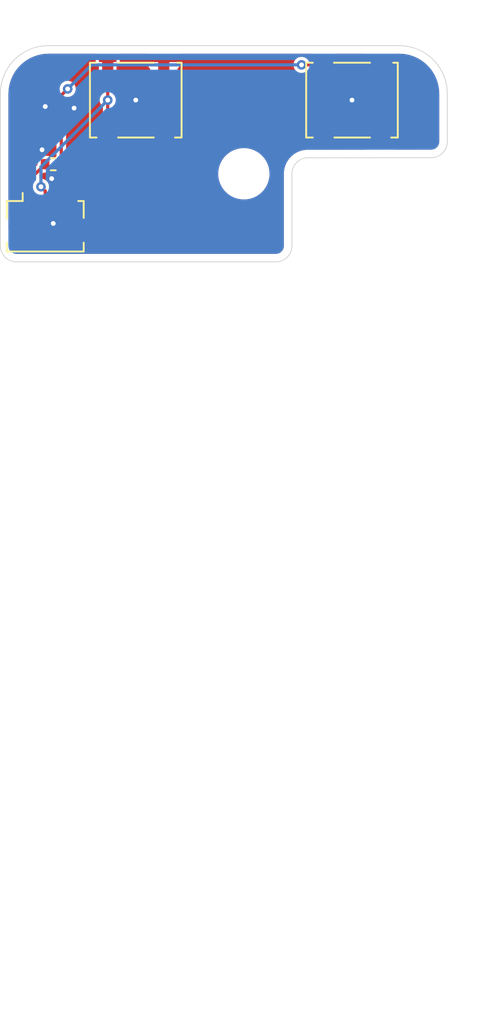
<source format=kicad_pcb>
(kicad_pcb (version 20240108) (generator "pcbnew") (generator_version "8.0")
  (layers (0 "F.Cu" signal) (31 "B.Cu" signal) (34 "B.Paste" user) (35 "F.Paste" user) (36 "B.SilkS" user "B.Silkscreen") (37 "F.SilkS" user "F.Silkscreen") (38 "B.Mask" user) (39 "F.Mask" user) (44 "Edge.Cuts" user))
  (net 0 "")
  (net 2 "VCC")
  (net 3 "GND")
  (net 4 "/STICK_Y")
  (net 5 "/STICK_X")
  (net 6 "/STICK_BUTTON")
  (footprint "Daft_Misc:HCTL_HC-FPC-05-09-5RLTAG-00_1x05-1MP_P0.50mm_Horizontal" (layer "F.Cu") (at 102.6 111)
    (property "Reference" "J1" (hide yes))
    (property "Value" "Conn_01x05_MountingPin" (hide yes))
    (fp_line (start -2.4 -1.8) (end -2.4 -0.7) (stroke (width 0.12)) (layer "F.SilkS"))
    (fp_line (start -2.4 0.8) (end -2.4 1.35) (stroke (width 0.12)) (layer "F.SilkS"))
    (fp_line (start -2.4 1.35) (end 2.4 1.35) (stroke (width 0.12)) (layer "F.SilkS"))
    (fp_line (start -1.41 -1.8) (end -2.4 -1.8) (stroke (width 0.12)) (layer "F.SilkS"))
    (fp_line (start -1.41 -1.8) (end -1.41 -2.3) (stroke (width 0.12)) (layer "F.SilkS"))
    (fp_line (start 2.06 -1.8) (end 2.4 -1.8) (stroke (width 0.12)) (layer "F.SilkS"))
    (fp_line (start 2.4 -1.8) (end 2.4 -0.75) (stroke (width 0.12)) (layer "F.SilkS"))
    (fp_line (start 2.4 1.35) (end 2.4 0.8) (stroke (width 0.12)) (layer "F.SilkS"))
    (pad "1" smd rect (at -1 -1.8) (size 0.3 0.8) (layers "F.Cu" "F.Paste" "F.Mask") (net 2 "VCC"))
    (pad "2" smd rect (at -0.5 -1.8) (size 0.3 0.8) (layers "F.Cu" "F.Paste" "F.Mask") (net 4 "/STICK_Y"))
    (pad "3" smd rect (at 0 -1.8) (size 0.3 0.8) (layers "F.Cu" "F.Paste" "F.Mask") (net 6 "/STICK_BUTTON"))
    (pad "4" smd rect (at 0.5 -1.8) (size 0.3 0.8) (layers "F.Cu" "F.Paste" "F.Mask") (net 3 "GND"))
    (pad "5" smd rect (at 1 -1.8) (size 0.3 0.8) (layers "F.Cu" "F.Paste" "F.Mask") (net 5 "/STICK_X"))
    (pad "MP" smd rect (at -2.05 0.7) (size 0.4 0.8) (layers "F.Cu" "F.Paste" "F.Mask"))
    (pad "MP" smd rect (at 2.05 0.7) (size 0.4 0.8) (layers "F.Cu" "F.Paste" "F.Mask"))
  )
  (footprint "Daft_Misc:SW_Push_1P1T_NO_TSC001" (layer "F.Cu") (at 121.75 102.9 90)
    (property "Reference" "SW2" (hide yes))
    (property "Value" "SW_Push")
    (fp_line (start 2.335 -2.86) (end -2.335 -2.86) (stroke (width 0.12)) (layer "F.SilkS"))
    (fp_line (start -2.335 -2.86) (end -2.335 -2.45) (stroke (width 0.12)) (layer "F.SilkS"))
    (fp_line (start 2.335 -2.45) (end 2.335 -2.86) (stroke (width 0.12)) (layer "F.SilkS"))
    (fp_line (start -2.335 -1.1) (end -2.335 1.125) (stroke (width 0.12)) (layer "F.SilkS"))
    (fp_line (start 2.335 1.125) (end 2.335 -1.125) (stroke (width 0.12)) (layer "F.SilkS"))
    (fp_line (start -2.335 2.45) (end -2.335 2.86) (stroke (width 0.12)) (layer "F.SilkS"))
    (fp_line (start 2.335 2.86) (end 2.335 2.58) (stroke (width 0.12)) (layer "F.SilkS"))
    (fp_line (start -2.335 2.86) (end 2.335 2.86) (stroke (width 0.12)) (layer "F.SilkS"))
    (pad "1" smd rect (at -2.475 -1.75 90) (size 0.2 1.1) (layers "F.Cu" "F.Paste" "F.Mask") (net 5 "/STICK_X"))
    (pad "1" smd rect (at -2.125 -1.75 90) (size 0.5 0.7) (layers "F.Cu" "F.Paste" "F.Mask") (net 5 "/STICK_X"))
    (pad "1" smd rect (at 2.125 -1.75 90) (size 0.5 0.7) (layers "F.Cu" "F.Paste" "F.Mask") (net 5 "/STICK_X"))
    (pad "1" smd rect (at 2.475 -1.75 90) (size 0.2 1.1) (layers "F.Cu" "F.Paste" "F.Mask") (net 5 "/STICK_X"))
    (pad "2" smd rect (at -2.475 1.75 90) (size 0.2 1.1) (layers "F.Cu" "F.Paste" "F.Mask") (net 3 "GND"))
    (pad "2" smd rect (at -2.125 1.75 90) (size 0.5 0.7) (layers "F.Cu" "F.Paste" "F.Mask") (net 3 "GND"))
    (pad "2" smd rect (at 2.125 1.75 90) (size 0.5 0.7) (layers "F.Cu" "F.Paste" "F.Mask") (net 3 "GND"))
    (pad "2" smd rect (at 2.475 1.75 90) (size 0.2 1.1) (layers "F.Cu" "F.Paste" "F.Mask") (net 3 "GND"))
  )
  (footprint "Daft_Misc:SW_Push_1P1T_NO_TSC001" (layer "F.Cu") (at 108.25 102.9 90)
    (property "Reference" "SW1" (hide yes))
    (property "Value" "SW_Push")
    (fp_line (start 2.335 -2.86) (end -2.335 -2.86) (stroke (width 0.12)) (layer "F.SilkS"))
    (fp_line (start -2.335 -2.86) (end -2.335 -2.45) (stroke (width 0.12)) (layer "F.SilkS"))
    (fp_line (start 2.335 -2.45) (end 2.335 -2.86) (stroke (width 0.12)) (layer "F.SilkS"))
    (fp_line (start -2.335 -1.1) (end -2.335 1.125) (stroke (width 0.12)) (layer "F.SilkS"))
    (fp_line (start 2.335 1.125) (end 2.335 -1.125) (stroke (width 0.12)) (layer "F.SilkS"))
    (fp_line (start -2.335 2.45) (end -2.335 2.86) (stroke (width 0.12)) (layer "F.SilkS"))
    (fp_line (start 2.335 2.86) (end 2.335 2.58) (stroke (width 0.12)) (layer "F.SilkS"))
    (fp_line (start -2.335 2.86) (end 2.335 2.86) (stroke (width 0.12)) (layer "F.SilkS"))
    (pad "1" smd rect (at -2.475 -1.75 90) (size 0.2 1.1) (layers "F.Cu" "F.Paste" "F.Mask") (net 6 "/STICK_BUTTON"))
    (pad "1" smd rect (at -2.125 -1.75 90) (size 0.5 0.7) (layers "F.Cu" "F.Paste" "F.Mask") (net 6 "/STICK_BUTTON"))
    (pad "1" smd rect (at 2.125 -1.75 90) (size 0.5 0.7) (layers "F.Cu" "F.Paste" "F.Mask") (net 6 "/STICK_BUTTON"))
    (pad "1" smd rect (at 2.475 -1.75 90) (size 0.2 1.1) (layers "F.Cu" "F.Paste" "F.Mask") (net 6 "/STICK_BUTTON"))
    (pad "2" smd rect (at -2.475 1.75 90) (size 0.2 1.1) (layers "F.Cu" "F.Paste" "F.Mask") (net 3 "GND"))
    (pad "2" smd rect (at -2.125 1.75 90) (size 0.5 0.7) (layers "F.Cu" "F.Paste" "F.Mask") (net 3 "GND"))
    (pad "2" smd rect (at 2.125 1.75 90) (size 0.5 0.7) (layers "F.Cu" "F.Paste" "F.Mask") (net 3 "GND"))
    (pad "2" smd rect (at 2.475 1.75 90) (size 0.2 1.1) (layers "F.Cu" "F.Paste" "F.Mask") (net 3 "GND"))
  )
  (footprint "Resistor_SMD:R_0402_1005Metric" (layer "F.Cu") (at 103.1 106.9)
    (property "Reference" "R1" (hide yes))
    (property "Value" "10K")
    (fp_line (start -0.153641 -0.38) (end 0.153641 -0.38) (stroke (width 0.12)) (layer "F.SilkS"))
    (fp_line (start -0.153641 0.38) (end 0.153641 0.38) (stroke (width 0.12)) (layer "F.SilkS"))
    (pad "1" smd roundrect (at -0.51 0) (size 0.54 0.64) (layers "F.Cu" "F.Paste" "F.Mask") (net 2 "VCC"))
    (pad "2" smd roundrect (at 0.51 0) (size 0.54 0.64) (layers "F.Cu" "F.Paste" "F.Mask") (net 5 "/STICK_X"))
  )
  (footprint "MountingHole:MountingHole_2.7mm_M2.5" (layer "F.Cu") (at 115 107.5)
    (property "Reference" "REF**" (hide yes))
    (property "Value" "MountingHole_2.7mm_M2.5")
    (pad "" np_thru_hole circle (at 0 0) (size 2.7 2.7) (drill 2.7) (layers "*.Cu" "*.Mask"))
  )
  (gr_arc (start 127.7 105.492893) (mid 127.407107 106.2) (end 126.7 106.492893) (stroke (width 0.05)) (layer "Edge.Cuts"))
  (gr_line (start 102.8 99.5) (end 124.7 99.5) (stroke (width 0.05)) (layer "Edge.Cuts"))
  (gr_arc (start 100.8 113) (mid 100.092893 112.707107) (end 99.8 112) (stroke (width 0.05)) (layer "Edge.Cuts"))
  (gr_line (start 118 112) (end 118 107.5) (stroke (width 0.05)) (layer "Edge.Cuts"))
  (gr_arc (start 118 112) (mid 117.707107 112.707107) (end 117 113) (stroke (width 0.05)) (layer "Edge.Cuts"))
  (gr_line (start 100.8 113) (end 117 113) (stroke (width 0.05)) (layer "Edge.Cuts"))
  (gr_arc (start 124.7 99.5) (mid 126.82132 100.37868) (end 127.7 102.5) (stroke (width 0.05)) (layer "Edge.Cuts"))
  (gr_line (start 99.8 102.5) (end 99.8 112) (stroke (width 0.05)) (layer "Edge.Cuts"))
  (gr_arc (start 99.8 102.5) (mid 100.67868 100.37868) (end 102.8 99.5) (stroke (width 0.05)) (layer "Edge.Cuts"))
  (gr_line (start 127.7 102.5) (end 127.7 105.492893) (stroke (width 0.05)) (layer "Edge.Cuts"))
  (gr_line (start 119 106.5) (end 126.7 106.492893) (stroke (width 0.05)) (layer "Edge.Cuts"))
  (gr_arc (start 118 107.5) (mid 118.292893 106.792893) (end 119 106.5) (stroke (width 0.05)) (layer "Edge.Cuts"))
  (segment (start 101.6 109.2) (end 101.6 107.89) (width 0.2) (layer "F.Cu") (net 2))
  (segment (start 101.6 107.89) (end 102.59 106.9) (width 0.2) (layer "F.Cu") (net 2))
  (via (at 102.6 103.3) (size 0.6) (drill 0.3) (layers "F.Cu" "B.Cu") (net 3))
  (via (at 108.25 102.9) (size 0.6) (drill 0.3) (layers "F.Cu" "B.Cu") (net 3))
  (via (at 103.1 110.6) (size 0.6) (drill 0.3) (layers "F.Cu" "B.Cu") (net 3))
  (via (at 103 107.8) (size 0.6) (drill 0.3) (layers "F.Cu" "B.Cu") (net 3))
  (via (at 104.4 103.4) (size 0.6) (drill 0.3) (layers "F.Cu" "B.Cu") (net 3))
  (via (at 121.75 102.9) (size 0.6) (drill 0.3) (layers "F.Cu" "B.Cu") (net 3))
  (via (at 102.4 106) (size 0.6) (drill 0.3) (layers "F.Cu" "B.Cu") (net 3))
  (segment (start 103.6 102.6) (end 104 102.2) (width 0.2) (layer "F.Cu") (net 5))
  (segment (start 119.925 100.7) (end 120 100.775) (width 0.2) (layer "F.Cu") (net 5))
  (segment (start 103.6 109.2) (end 103.6 102.6) (width 0.2) (layer "F.Cu") (net 5))
  (segment (start 118.6 100.7) (end 119.925 100.7) (width 0.2) (layer "F.Cu") (net 5))
  (segment (start 120 100.775) (end 120 105.025) (width 0.2) (layer "F.Cu") (net 5))
  (via (at 104 102.2) (size 0.6) (drill 0.3) (layers "F.Cu" "B.Cu") (net 5))
  (via (at 118.6 100.7) (size 0.6) (drill 0.3) (layers "F.Cu" "B.Cu") (net 5))
  (segment (start 105.5 100.7) (end 118.6 100.7) (width 0.2) (layer "B.Cu") (net 5))
  (segment (start 104 102.2) (end 105.5 100.7) (width 0.2) (layer "B.Cu") (net 5))
  (segment (start 106.425 100.7) (end 106.5 100.775) (width 0.2) (layer "F.Cu") (net 6))
  (segment (start 102.6 109.2) (end 102.6 108.574602) (width 0.2) (layer "F.Cu") (net 6))
  (segment (start 106.5 100.775) (end 106.5 105.025) (width 0.2) (layer "F.Cu") (net 6))
  (segment (start 102.6 108.574602) (end 102.3322 108.306802) (width 0.2) (layer "F.Cu") (net 6))
  (via (at 106.5 102.9) (size 0.6) (drill 0.3) (layers "F.Cu" "B.Cu") (net 6))
  (via (at 102.3322 108.306802) (size 0.6) (drill 0.3) (layers "F.Cu" "B.Cu") (net 6))
  (segment (start 102.3322 107.0678) (end 106.5 102.9) (width 0.2) (layer "B.Cu") (net 6))
  (segment (start 102.3322 108.306802) (end 102.3322 107.0678) (width 0.2) (layer "B.Cu") (net 6))
  (zone (net 3) (net_name "GND") (layers "F&B.Cu") (connect_pads (clearance 0.2)) (min_thickness 0.2) (fill yes (thermal_gap 0.5) (thermal_bridge_width 0.5))
    (polygon (pts (xy 99.8 99.5) (xy 130.2 99.5) (xy 130.2 160.6) (xy 99.8 160.6)))
  )
)
</source>
